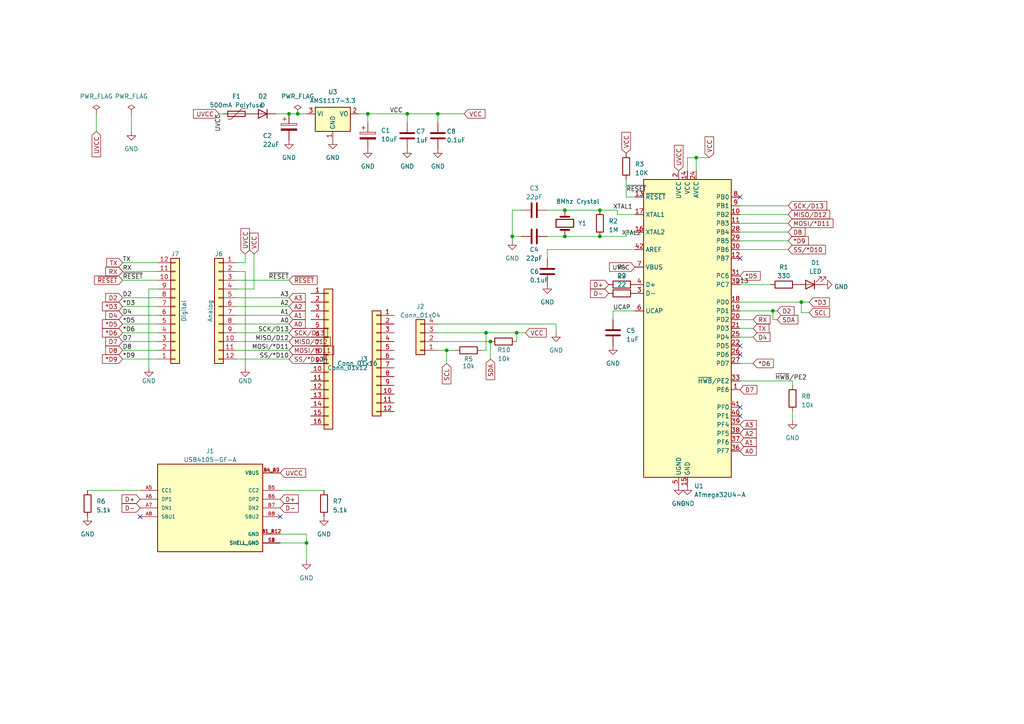
<source format=kicad_sch>
(kicad_sch (version 20231120) (generator "eeschema") (generator_version "8.0")
  (paper "A4")
  (title_block (date "sam. 04 avril 2015"))
  (lib_symbols
    (symbol "Connector_Generic:Conn_01x04" (pin_names (offset 1.016) hide)
      (property "Reference" "J" (at 0 5.08 0))
      (property "Value" "Conn_01x04" (at 0 -7.62 0))
      (symbol "Conn_01x04_1_1"
        (rectangle (start -1.27 -4.953) (end 0 -5.207) (stroke (width 0.1524)))
        (rectangle (start -1.27 -2.413) (end 0 -2.667) (stroke (width 0.1524)))
        (rectangle (start -1.27 0.127) (end 0 -0.127) (stroke (width 0.1524)))
        (rectangle (start -1.27 2.667) (end 0 2.413) (stroke (width 0.1524)))
        (rectangle (start -1.27 3.81) (end 1.27 -6.35) (stroke (width 0.254)) (fill (type background)))
        (pin passive line (at -5.08 2.54 0) (length 3.81) (name "Pin_1") (number "1"))
        (pin passive line (at -5.08 0 0) (length 3.81) (name "Pin_2") (number "2"))
        (pin passive line (at -5.08 -2.54 0) (length 3.81) (name "Pin_3") (number "3"))
        (pin passive line (at -5.08 -5.08 0) (length 3.81) (name "Pin_4") (number "4"))
      )
    )
    (symbol "Connector_Generic:Conn_01x12" (pin_names (offset 1.016) hide)
      (property "Reference" "J" (at 0 15.24 0))
      (property "Value" "Conn_01x12" (at 0 -17.78 0))
      (symbol "Conn_01x12_1_1"
        (rectangle (start -1.27 -15.113) (end 0 -15.367) (stroke (width 0.1524)))
        (rectangle (start -1.27 -12.573) (end 0 -12.827) (stroke (width 0.1524)))
        (rectangle (start -1.27 -10.033) (end 0 -10.287) (stroke (width 0.1524)))
        (rectangle (start -1.27 -7.493) (end 0 -7.747) (stroke (width 0.1524)))
        (rectangle (start -1.27 -4.953) (end 0 -5.207) (stroke (width 0.1524)))
        (rectangle (start -1.27 -2.413) (end 0 -2.667) (stroke (width 0.1524)))
        (rectangle (start -1.27 0.127) (end 0 -0.127) (stroke (width 0.1524)))
        (rectangle (start -1.27 2.667) (end 0 2.413) (stroke (width 0.1524)))
        (rectangle (start -1.27 5.207) (end 0 4.953) (stroke (width 0.1524)))
        (rectangle (start -1.27 7.747) (end 0 7.493) (stroke (width 0.1524)))
        (rectangle (start -1.27 10.287) (end 0 10.033) (stroke (width 0.1524)))
        (rectangle (start -1.27 12.827) (end 0 12.573) (stroke (width 0.1524)))
        (rectangle (start -1.27 13.97) (end 1.27 -16.51) (stroke (width 0.254)) (fill (type background)))
        (pin passive line (at -5.08 12.7 0) (length 3.81) (name "Pin_1") (number "1"))
        (pin passive line (at -5.08 -10.16 0) (length 3.81) (name "Pin_10") (number "10"))
        (pin passive line (at -5.08 -12.7 0) (length 3.81) (name "Pin_11") (number "11"))
        (pin passive line (at -5.08 -15.24 0) (length 3.81) (name "Pin_12") (number "12"))
        (pin passive line (at -5.08 10.16 0) (length 3.81) (name "Pin_2") (number "2"))
        (pin passive line (at -5.08 7.62 0) (length 3.81) (name "Pin_3") (number "3"))
        (pin passive line (at -5.08 5.08 0) (length 3.81) (name "Pin_4") (number "4"))
        (pin passive line (at -5.08 2.54 0) (length 3.81) (name "Pin_5") (number "5"))
        (pin passive line (at -5.08 0 0) (length 3.81) (name "Pin_6") (number "6"))
        (pin passive line (at -5.08 -2.54 0) (length 3.81) (name "Pin_7") (number "7"))
        (pin passive line (at -5.08 -5.08 0) (length 3.81) (name "Pin_8") (number "8"))
        (pin passive line (at -5.08 -7.62 0) (length 3.81) (name "Pin_9") (number "9"))
      )
    )
    (symbol "Connector_Generic:Conn_01x16" (pin_names (offset 1.016) hide)
      (property "Reference" "J" (at 0 20.32 0))
      (property "Value" "Conn_01x16" (at 0 -22.86 0))
      (symbol "Conn_01x16_1_1"
        (rectangle (start -1.27 -20.193) (end 0 -20.447) (stroke (width 0.1524)))
        (rectangle (start -1.27 -17.653) (end 0 -17.907) (stroke (width 0.1524)))
        (rectangle (start -1.27 -15.113) (end 0 -15.367) (stroke (width 0.1524)))
        (rectangle (start -1.27 -12.573) (end 0 -12.827) (stroke (width 0.1524)))
        (rectangle (start -1.27 -10.033) (end 0 -10.287) (stroke (width 0.1524)))
        (rectangle (start -1.27 -7.493) (end 0 -7.747) (stroke (width 0.1524)))
        (rectangle (start -1.27 -4.953) (end 0 -5.207) (stroke (width 0.1524)))
        (rectangle (start -1.27 -2.413) (end 0 -2.667) (stroke (width 0.1524)))
        (rectangle (start -1.27 0.127) (end 0 -0.127) (stroke (width 0.1524)))
        (rectangle (start -1.27 2.667) (end 0 2.413) (stroke (width 0.1524)))
        (rectangle (start -1.27 5.207) (end 0 4.953) (stroke (width 0.1524)))
        (rectangle (start -1.27 7.747) (end 0 7.493) (stroke (width 0.1524)))
        (rectangle (start -1.27 10.287) (end 0 10.033) (stroke (width 0.1524)))
        (rectangle (start -1.27 12.827) (end 0 12.573) (stroke (width 0.1524)))
        (rectangle (start -1.27 15.367) (end 0 15.113) (stroke (width 0.1524)))
        (rectangle (start -1.27 17.907) (end 0 17.653) (stroke (width 0.1524)))
        (rectangle (start -1.27 19.05) (end 1.27 -21.59) (stroke (width 0.254)) (fill (type background)))
        (pin passive line (at -5.08 17.78 0) (length 3.81) (name "Pin_1") (number "1"))
        (pin passive line (at -5.08 -5.08 0) (length 3.81) (name "Pin_10") (number "10"))
        (pin passive line (at -5.08 -7.62 0) (length 3.81) (name "Pin_11") (number "11"))
        (pin passive line (at -5.08 -10.16 0) (length 3.81) (name "Pin_12") (number "12"))
        (pin passive line (at -5.08 -12.7 0) (length 3.81) (name "Pin_13") (number "13"))
        (pin passive line (at -5.08 -15.24 0) (length 3.81) (name "Pin_14") (number "14"))
        (pin passive line (at -5.08 -17.78 0) (length 3.81) (name "Pin_15") (number "15"))
        (pin passive line (at -5.08 -20.32 0) (length 3.81) (name "Pin_16") (number "16"))
        (pin passive line (at -5.08 15.24 0) (length 3.81) (name "Pin_2") (number "2"))
        (pin passive line (at -5.08 12.7 0) (length 3.81) (name "Pin_3") (number "3"))
        (pin passive line (at -5.08 10.16 0) (length 3.81) (name "Pin_4") (number "4"))
        (pin passive line (at -5.08 7.62 0) (length 3.81) (name "Pin_5") (number "5"))
        (pin passive line (at -5.08 5.08 0) (length 3.81) (name "Pin_6") (number "6"))
        (pin passive line (at -5.08 2.54 0) (length 3.81) (name "Pin_7") (number "7"))
        (pin passive line (at -5.08 0 0) (length 3.81) (name "Pin_8") (number "8"))
        (pin passive line (at -5.08 -2.54 0) (length 3.81) (name "Pin_9") (number "9"))
      )
    )
    (symbol "Device:C" (pin_numbers hide) (pin_names (offset 0.254))
      (property "Reference" "C" (at 0.635 2.54 0))
      (property "Value" "C" (at 0.635 -2.54 0))
      (symbol "C_0_1"
        (polyline (pts (xy -2.032 -0.762) (xy 2.032 -0.762)) (stroke (width 0.508)))
        (polyline (pts (xy -2.032 0.762) (xy 2.032 0.762)) (stroke (width 0.508)))
      )
      (symbol "C_1_1"
        (pin passive line (at 0 3.81 270) (length 2.794) (name "~") (number "1"))
        (pin passive line (at 0 -3.81 90) (length 2.794) (name "~") (number "2"))
      )
    )
    (symbol "Device:C_Polarized" (pin_numbers hide) (pin_names (offset 0.254))
      (property "Reference" "C" (at 0.635 2.54 0))
      (property "Value" "C_Polarized" (at 0.635 -2.54 0))
      (symbol "C_Polarized_0_1"
        (rectangle (start -2.286 0.508) (end 2.286 1.016))
        (polyline (pts (xy -1.778 2.286) (xy -0.762 2.286)))
        (polyline (pts (xy -1.27 2.794) (xy -1.27 1.778)))
        (rectangle (start 2.286 -0.508) (end -2.286 -1.016) (fill (type outline)))
      )
      (symbol "C_Polarized_1_1"
        (pin passive line (at 0 3.81 270) (length 2.794) (name "~") (number "1"))
        (pin passive line (at 0 -3.81 90) (length 2.794) (name "~") (number "2"))
      )
    )
    (symbol "Device:Crystal" (pin_numbers hide) (pin_names (offset 1.016) hide)
      (property "Reference" "Y" (at 0 3.81 0))
      (property "Value" "Crystal" (at 0 -3.81 0))
      (symbol "Crystal_0_1"
        (rectangle (start -1.143 2.54) (end 1.143 -2.54) (stroke (width 0.3048)))
        (polyline (pts (xy -2.54 0) (xy -1.905 0)))
        (polyline (pts (xy -1.905 -1.27) (xy -1.905 1.27)) (stroke (width 0.508)))
        (polyline (pts (xy 1.905 -1.27) (xy 1.905 1.27)) (stroke (width 0.508)))
        (polyline (pts (xy 2.54 0) (xy 1.905 0)))
      )
      (symbol "Crystal_1_1"
        (pin passive line (at -3.81 0 0) (length 1.27) (name "1") (number "1"))
        (pin passive line (at 3.81 0 180) (length 1.27) (name "2") (number "2"))
      )
    )
    (symbol "Device:D" (pin_numbers hide) (pin_names (offset 1.016) hide)
      (property "Reference" "D" (at 0 2.54 0))
      (property "Value" "D" (at 0 -2.54 0))
      (symbol "D_0_1"
        (polyline (pts (xy -1.27 1.27) (xy -1.27 -1.27)) (stroke (width 0.254)))
        (polyline (pts (xy 1.27 0) (xy -1.27 0)))
        (polyline (pts (xy 1.27 1.27) (xy 1.27 -1.27) (xy -1.27 0) (xy 1.27 1.27)) (stroke (width 0.254)))
      )
      (symbol "D_1_1"
        (pin passive line (at -3.81 0 0) (length 2.54) (name "K") (number "1"))
        (pin passive line (at 3.81 0 180) (length 2.54) (name "A") (number "2"))
      )
    )
    (symbol "Device:LED" (pin_numbers hide) (pin_names (offset 1.016) hide)
      (property "Reference" "D" (at 0 2.54 0))
      (property "Value" "LED" (at 0 -2.54 0))
      (symbol "LED_0_1"
        (polyline (pts (xy -1.27 -1.27) (xy -1.27 1.27)) (stroke (width 0.254)))
        (polyline (pts (xy -1.27 0) (xy 1.27 0)))
        (polyline (pts (xy 1.27 -1.27) (xy 1.27 1.27) (xy -1.27 0) (xy 1.27 -1.27)) (stroke (width 0.254)))
        (polyline (pts (xy -3.048 -0.762) (xy -4.572 -2.286) (xy -3.81 -2.286) (xy -4.572 -2.286) (xy -4.572 -1.524)))
        (polyline (pts (xy -1.778 -0.762) (xy -3.302 -2.286) (xy -2.54 -2.286) (xy -3.302 -2.286) (xy -3.302 -1.524)))
      )
      (symbol "LED_1_1"
        (pin passive line (at -3.81 0 0) (length 2.54) (name "K") (number "1"))
        (pin passive line (at 3.81 0 180) (length 2.54) (name "A") (number "2"))
      )
    )
    (symbol "Device:Polyfuse" (pin_numbers hide) (pin_names (offset 0))
      (property "Reference" "F" (at -2.54 0 90))
      (property "Value" "Polyfuse" (at 2.54 0 90))
      (symbol "Polyfuse_0_1"
        (rectangle (start -0.762 2.54) (end 0.762 -2.54) (stroke (width 0.254)))
        (polyline (pts (xy 0 2.54) (xy 0 -2.54)))
        (polyline (pts (xy -1.524 2.54) (xy -1.524 1.524) (xy 1.524 -1.524) (xy 1.524 -2.54)))
      )
      (symbol "Polyfuse_1_1"
        (pin passive line (at 0 3.81 270) (length 1.27) (name "~") (number "1"))
        (pin passive line (at 0 -3.81 90) (length 1.27) (name "~") (number "2"))
      )
    )
    (symbol "Device:R" (pin_numbers hide) (pin_names (offset 0))
      (property "Reference" "R" (at 2.032 0 90))
      (property "Value" "R" (at 0 0 90))
      (symbol "R_0_1"
        (rectangle (start -1.016 -2.54) (end 1.016 2.54) (stroke (width 0.254)))
      )
      (symbol "R_1_1"
        (pin passive line (at 0 3.81 270) (length 1.27) (name "~") (number "1"))
        (pin passive line (at 0 -3.81 90) (length 1.27) (name "~") (number "2"))
      )
    )
    (symbol "MCU_Microchip_ATmega:ATmega32U4-A"
      (property "Reference" "U" (at -12.7 44.45 0))
      (property "Value" "ATmega32U4-A" (at 2.54 -44.45 0))
      (symbol "ATmega32U4-A_0_1"
        (rectangle (start -12.7 -43.18) (end 12.7 43.18) (stroke (width 0.254)) (fill (type background)))
      )
      (symbol "ATmega32U4-A_1_1"
        (pin bidirectional line (at 15.24 -17.78 180) (length 2.54) (name "PE6") (number "1"))
        (pin bidirectional line (at 15.24 33.02 180) (length 2.54) (name "PB2") (number "10"))
        (pin bidirectional line (at 15.24 30.48 180) (length 2.54) (name "PB3") (number "11"))
        (pin bidirectional line (at 15.24 20.32 180) (length 2.54) (name "PB7") (number "12"))
        (pin input line (at -15.24 38.1 0) (length 2.54) (name "~{RESET}") (number "13"))
        (pin power_in line (at 0 45.72 270) (length 2.54) (name "VCC") (number "14"))
        (pin power_in line (at 0 -45.72 90) (length 2.54) (name "GND") (number "15"))
        (pin output line (at -15.24 27.94 0) (length 2.54) (name "XTAL2") (number "16"))
        (pin input line (at -15.24 33.02 0) (length 2.54) (name "XTAL1") (number "17"))
        (pin bidirectional line (at 15.24 7.62 180) (length 2.54) (name "PD0") (number "18"))
        (pin bidirectional line (at 15.24 5.08 180) (length 2.54) (name "PD1") (number "19"))
        (pin power_in line (at -2.54 45.72 270) (length 2.54) (name "UVCC") (number "2"))
        (pin bidirectional line (at 15.24 2.54 180) (length 2.54) (name "PD2") (number "20"))
        (pin bidirectional line (at 15.24 0 180) (length 2.54) (name "PD3") (number "21"))
        (pin bidirectional line (at 15.24 -5.08 180) (length 2.54) (name "PD5") (number "22"))
        (pin passive line (at 0 -45.72 90) (length 2.54) hide (name "GND") (number "23"))
        (pin power_in line (at 2.54 45.72 270) (length 2.54) (name "AVCC") (number "24"))
        (pin bidirectional line (at 15.24 -2.54 180) (length 2.54) (name "PD4") (number "25"))
        (pin bidirectional line (at 15.24 -7.62 180) (length 2.54) (name "PD6") (number "26"))
        (pin bidirectional line (at 15.24 -10.16 180) (length 2.54) (name "PD7") (number "27"))
        (pin bidirectional line (at 15.24 27.94 180) (length 2.54) (name "PB4") (number "28"))
        (pin bidirectional line (at 15.24 25.4 180) (length 2.54) (name "PB5") (number "29"))
        (pin bidirectional line (at -15.24 10.16 0) (length 2.54) (name "D-") (number "3"))
        (pin bidirectional line (at 15.24 22.86 180) (length 2.54) (name "PB6") (number "30"))
        (pin bidirectional line (at 15.24 15.24 180) (length 2.54) (name "PC6") (number "31"))
        (pin bidirectional line (at 15.24 12.7 180) (length 2.54) (name "PC7") (number "32"))
        (pin bidirectional line (at 15.24 -15.24 180) (length 2.54) (name "~{HWB}/PE2") (number "33"))
        (pin passive line (at 0 45.72 270) (length 2.54) hide (name "VCC") (number "34"))
        (pin passive line (at 0 -45.72 90) (length 2.54) hide (name "GND") (number "35"))
        (pin bidirectional line (at 15.24 -35.56 180) (length 2.54) (name "PF7") (number "36"))
        (pin bidirectional line (at 15.24 -33.02 180) (length 2.54) (name "PF6") (number "37"))
        (pin bidirectional line (at 15.24 -30.48 180) (length 2.54) (name "PF5") (number "38"))
        (pin bidirectional line (at 15.24 -27.94 180) (length 2.54) (name "PF4") (number "39"))
        (pin bidirectional line (at -15.24 12.7 0) (length 2.54) (name "D+") (number "4"))
        (pin bidirectional line (at 15.24 -25.4 180) (length 2.54) (name "PF1") (number "40"))
        (pin bidirectional line (at 15.24 -22.86 180) (length 2.54) (name "PF0") (number "41"))
        (pin passive line (at -15.24 22.86 0) (length 2.54) (name "AREF") (number "42"))
        (pin passive line (at 0 -45.72 90) (length 2.54) hide (name "GND") (number "43"))
        (pin passive line (at 2.54 45.72 270) (length 2.54) hide (name "AVCC") (number "44"))
        (pin passive line (at -2.54 -45.72 90) (length 2.54) (name "UGND") (number "5"))
        (pin passive line (at -15.24 5.08 0) (length 2.54) (name "UCAP") (number "6"))
        (pin input line (at -15.24 17.78 0) (length 2.54) (name "VBUS") (number "7"))
        (pin bidirectional line (at 15.24 38.1 180) (length 2.54) (name "PB0") (number "8"))
        (pin bidirectional line (at 15.24 35.56 180) (length 2.54) (name "PB1") (number "9"))
      )
    )
    (symbol "Regulator_Linear:AMS1117-3.3"
      (property "Reference" "U" (at -3.81 3.175 0))
      (property "Value" "AMS1117-3.3" (at 0 3.175 0))
      (symbol "AMS1117-3.3_0_1"
        (rectangle (start -5.08 -5.08) (end 5.08 1.905) (stroke (width 0.254)) (fill (type background)))
      )
      (symbol "AMS1117-3.3_1_1"
        (pin power_in line (at 0 -7.62 90) (length 2.54) (name "GND") (number "1"))
        (pin power_out line (at 7.62 0 180) (length 2.54) (name "VO") (number "2"))
        (pin power_in line (at -7.62 0 0) (length 2.54) (name "VI") (number "3"))
      )
    )
    (symbol "USB4105-GF-A:USB4105-GF-A" (pin_names (offset 1.016))
      (property "Reference" "J" (at -15.24 13.97 0))
      (property "Value" "USB4105-GF-A" (at -15.24 -15.24 0))
      (symbol "USB4105-GF-A_0_0"
        (rectangle (start -15.24 -12.7) (end 15.24 12.7) (stroke (width 0.254)) (fill (type background)))
        (pin power_in line (at 20.32 -7.62 180) (length 5.08) (name "GND") (number "A1_B12"))
        (pin power_in line (at 20.32 10.16 180) (length 5.08) (name "VBUS") (number "A4_B9"))
        (pin bidirectional line (at -20.32 5.08 0) (length 5.08) (name "CC1") (number "A5"))
        (pin bidirectional line (at -20.32 2.54 0) (length 5.08) (name "DP1") (number "A6"))
        (pin bidirectional line (at -20.32 0 0) (length 5.08) (name "DN1") (number "A7"))
        (pin bidirectional line (at -20.32 -2.54 0) (length 5.08) (name "SBU1") (number "A8"))
        (pin power_in line (at 20.32 -7.62 180) (length 5.08) (name "GND") (number "B1_A12"))
        (pin power_in line (at 20.32 10.16 180) (length 5.08) (name "VBUS") (number "B4_A9"))
        (pin bidirectional line (at 20.32 5.08 180) (length 5.08) (name "CC2") (number "B5"))
        (pin bidirectional line (at 20.32 2.54 180) (length 5.08) (name "DP2") (number "B6"))
        (pin bidirectional line (at 20.32 0 180) (length 5.08) (name "DN2") (number "B7"))
        (pin bidirectional line (at 20.32 -2.54 180) (length 5.08) (name "SBU2") (number "B8"))
        (pin power_in line (at 20.32 -10.16 180) (length 5.08) (name "SHELL_GND") (number "S1"))
        (pin power_in line (at 20.32 -10.16 180) (length 5.08) (name "SHELL_GND") (number "S2"))
        (pin power_in line (at 20.32 -10.16 180) (length 5.08) (name "SHELL_GND") (number "S3"))
        (pin power_in line (at 20.32 -10.16 180) (length 5.08) (name "SHELL_GND") (number "S4"))
      )
    )
    (symbol "power:GND" (power) (pin_names (offset 0))
      (property "Value" "GND" (at 0 -3.81 0))
      (symbol "GND_0_1"
        (polyline (pts (xy 0 0) (xy 0 -1.27) (xy 1.27 -1.27) (xy 0 -2.54) (xy -1.27 -1.27) (xy 0 -1.27)))
      )
      (symbol "GND_1_1"
        (pin power_in line (at 0 0 270) (length 0) hide (name "GND") (number "1"))
      )
    )
    (symbol "power:PWR_FLAG" (power) (pin_numbers hide) (pin_names (offset 0) hide)
      (property "Value" "PWR_FLAG" (at 0 3.81 0))
      (symbol "PWR_FLAG_0_0"
        (pin power_out line (at 0 0 90) (length 0) (name "pwr") (number "1"))
      )
      (symbol "PWR_FLAG_0_1"
        (polyline (pts (xy 0 0) (xy 0 1.27) (xy -1.016 1.905) (xy 0 2.54) (xy 1.016 1.905) (xy 0 1.27)))
      )
    )
  )
  (junction (at 83.82 33.02))
  (junction (at 173.99 68.58))
  (junction (at 86.36 33.02))
  (junction (at 148.59 68.58))
  (junction (at 142.24 99.06))
  (junction (at 140.97 96.52))
  (junction (at 163.83 68.58))
  (junction (at 127 33.02))
  (junction (at 163.83 60.96))
  (junction (at 149.86 96.52))
  (junction (at 88.9 157.48))
  (junction (at 224.155 90.17))
  (junction (at 173.99 60.96))
  (junction (at 129.54 101.6))
  (junction (at 118.11 33.02))
  (junction (at 201.93 45.72))
  (junction (at 106.68 33.02))
  (junction (at 232.41 87.63))
  (no_connect (at 214.63 57.15))
  (no_connect (at 214.63 100.33))
  (no_connect (at 214.63 118.11))
  (no_connect (at 214.63 74.93))
  (no_connect (at 81.28 149.86))
  (no_connect (at 40.64 149.86))
  (no_connect (at 214.63 120.65))
  (no_connect (at 214.63 102.87))
  (wire (pts (xy 214.63 67.31) (xy 228.6 67.31)))
  (wire (pts (xy 229.87 119.38) (xy 229.87 121.92)))
  (wire (pts (xy 68.58 76.2) (xy 71.12 76.2)))
  (wire (pts (xy 71.12 73.66) (xy 71.12 76.2)))
  (wire (pts (xy 232.41 87.63) (xy 232.41 90.678)))
  (wire (pts (xy 35.56 101.6) (xy 45.72 101.6)))
  (wire (pts (xy 63.5 33.02) (xy 64.77 33.02)))
  (wire (pts (xy 43.18 83.82) (xy 43.18 106.68)))
  (wire (pts (xy 140.97 96.52) (xy 140.97 101.6)))
  (wire (pts (xy 224.155 90.17) (xy 225.425 90.17)))
  (wire (pts (xy 68.58 91.44) (xy 83.82 91.44)))
  (wire (pts (xy 179.07 60.96) (xy 179.07 62.23)))
  (wire (pts (xy 149.86 99.06) (xy 149.86 96.52)))
  (wire (pts (xy 214.63 95.25) (xy 218.44 95.25)))
  (wire (pts (xy 88.9 154.94) (xy 88.9 157.48)))
  (wire (pts (xy 127 33.02) (xy 127 35.56)))
  (wire (pts (xy 127 99.06) (xy 142.24 99.06)))
  (wire (pts (xy 104.14 33.02) (xy 106.68 33.02)))
  (wire (pts (xy 158.75 72.39) (xy 184.15 72.39)))
  (wire (pts (xy 214.63 92.71) (xy 218.44 92.71)))
  (wire (pts (xy 68.58 104.14) (xy 83.82 104.14)))
  (wire (pts (xy 184.15 57.15) (xy 181.61 57.15)))
  (wire (pts (xy 80.01 33.02) (xy 83.82 33.02)))
  (wire (pts (xy 68.58 101.6) (xy 83.82 101.6)))
  (wire (pts (xy 71.12 78.74) (xy 71.12 106.68)))
  (wire (pts (xy 38.1 33.02) (xy 38.1 38.1)))
  (wire (pts (xy 83.82 33.02) (xy 86.36 33.02)))
  (wire (pts (xy 181.61 68.58) (xy 173.99 68.58)))
  (wire (pts (xy 68.58 86.36) (xy 83.82 86.36)))
  (wire (pts (xy 68.58 88.9) (xy 83.82 88.9)))
  (wire (pts (xy 73.66 73.66) (xy 73.66 83.82)))
  (wire (pts (xy 199.39 45.72) (xy 201.93 45.72)))
  (wire (pts (xy 173.99 60.96) (xy 179.07 60.96)))
  (wire (pts (xy 35.56 78.74) (xy 45.72 78.74)))
  (wire (pts (xy 214.63 69.85) (xy 228.6 69.85)))
  (wire (pts (xy 214.63 64.77) (xy 228.6 64.77)))
  (wire (pts (xy 148.59 68.58) (xy 148.59 69.85)))
  (wire (pts (xy 181.61 67.31) (xy 181.61 68.58)))
  (wire (pts (xy 68.58 83.82) (xy 73.66 83.82)))
  (wire (pts (xy 27.94 38.1) (xy 27.94 33.02)))
  (wire (pts (xy 35.56 88.9) (xy 45.72 88.9)))
  (wire (pts (xy 35.56 76.2) (xy 45.72 76.2)))
  (wire (pts (xy 43.18 83.82) (xy 45.72 83.82)))
  (wire (pts (xy 142.24 99.06) (xy 142.24 104.14)))
  (wire (pts (xy 68.58 93.98) (xy 83.82 93.98)))
  (wire (pts (xy 158.75 68.58) (xy 163.83 68.58)))
  (wire (pts (xy 81.28 154.94) (xy 88.9 154.94)))
  (wire (pts (xy 148.59 60.96) (xy 148.59 68.58)))
  (wire (pts (xy 214.63 82.55) (xy 223.52 82.55)))
  (wire (pts (xy 118.11 33.02) (xy 127 33.02)))
  (wire (pts (xy 214.63 90.17) (xy 224.155 90.17)))
  (wire (pts (xy 68.58 99.06) (xy 83.82 99.06)))
  (wire (pts (xy 214.63 110.49) (xy 229.87 110.49)))
  (wire (pts (xy 151.13 68.58) (xy 148.59 68.58)))
  (wire (pts (xy 177.8 90.17) (xy 184.15 90.17)))
  (wire (pts (xy 177.8 92.71) (xy 177.8 90.17)))
  (wire (pts (xy 163.83 60.96) (xy 173.99 60.96)))
  (wire (pts (xy 129.54 101.6) (xy 129.54 105.41)))
  (wire (pts (xy 158.75 74.93) (xy 158.75 72.39)))
  (wire (pts (xy 224.155 90.17) (xy 224.155 92.71)))
  (wire (pts (xy 161.29 93.98) (xy 161.29 96.52)))
  (wire (pts (xy 179.07 62.23) (xy 184.15 62.23)))
  (wire (pts (xy 232.41 87.63) (xy 234.696 87.63)))
  (wire (pts (xy 35.56 86.36) (xy 45.72 86.36)))
  (wire (pts (xy 35.56 104.14) (xy 45.72 104.14)))
  (wire (pts (xy 214.63 87.63) (xy 232.41 87.63)))
  (wire (pts (xy 81.28 142.24) (xy 93.98 142.24)))
  (wire (pts (xy 25.4 142.24) (xy 40.64 142.24)))
  (wire (pts (xy 106.68 33.02) (xy 106.68 35.56)))
  (wire (pts (xy 232.41 90.678) (xy 234.696 90.678)))
  (wire (pts (xy 201.93 45.72) (xy 201.93 49.53)))
  (wire (pts (xy 224.155 92.71) (xy 225.425 92.71)))
  (wire (pts (xy 35.56 91.44) (xy 45.72 91.44)))
  (wire (pts (xy 68.58 81.28) (xy 83.82 81.28)))
  (wire (pts (xy 214.63 59.69) (xy 228.6 59.69)))
  (wire (pts (xy 201.93 45.72) (xy 205.74 45.72)))
  (wire (pts (xy 35.56 96.52) (xy 45.72 96.52)))
  (wire (pts (xy 181.61 52.07) (xy 181.61 57.15)))
  (wire (pts (xy 151.13 60.96) (xy 148.59 60.96)))
  (wire (pts (xy 81.28 157.48) (xy 88.9 157.48)))
  (wire (pts (xy 214.63 97.79) (xy 218.44 97.79)))
  (wire (pts (xy 118.11 33.02) (xy 118.11 35.56)))
  (wire (pts (xy 214.63 72.39) (xy 228.6 72.39)))
  (wire (pts (xy 35.56 93.98) (xy 45.72 93.98)))
  (wire (pts (xy 106.68 33.02) (xy 118.11 33.02)))
  (wire (pts (xy 127 93.98) (xy 161.29 93.98)))
  (wire (pts (xy 86.36 33.02) (xy 88.9 33.02)))
  (wire (pts (xy 88.9 157.48) (xy 88.9 162.56)))
  (wire (pts (xy 35.56 99.06) (xy 45.72 99.06)))
  (wire (pts (xy 139.7 101.6) (xy 140.97 101.6)))
  (wire (pts (xy 158.75 60.96) (xy 163.83 60.96)))
  (wire (pts (xy 127 96.52) (xy 140.97 96.52)))
  (wire (pts (xy 229.87 110.49) (xy 229.87 111.76)))
  (wire (pts (xy 68.58 96.52) (xy 83.82 96.52)))
  (wire (pts (xy 214.63 62.23) (xy 228.6 62.23)))
  (wire (pts (xy 163.83 68.58) (xy 173.99 68.58)))
  (wire (pts (xy 140.97 96.52) (xy 149.86 96.52)))
  (wire (pts (xy 127 33.02) (xy 134.62 33.02)))
  (wire (pts (xy 68.58 78.74) (xy 71.12 78.74)))
  (wire (pts (xy 127 101.6) (xy 129.54 101.6)))
  (wire (pts (xy 184.15 67.31) (xy 181.61 67.31)))
  (wire (pts (xy 149.86 96.52) (xy 152.4 96.52)))
  (wire (pts (xy 35.56 81.28) (xy 45.72 81.28)))
  (wire (pts (xy 214.63 105.41) (xy 218.44 105.41)))
  (wire (pts (xy 199.39 49.53) (xy 199.39 45.72)))
  (wire (pts (xy 129.54 101.6) (xy 132.08 101.6)))
  (label "XTAL2" (at 180.34 68.58 0))
  (label "D4" (at 35.56 91.44 0))
  (label "XTAL1" (at 177.8 60.96 0))
  (label "MISO{slash}D12" (at 83.82 99.06 180))
  (label "TX" (at 35.56 76.2 0))
  (label "A2" (at 83.82 88.9 180))
  (label "A0" (at 83.82 93.98 180))
  (label "MOSI{slash}*D11" (at 83.82 101.6 180))
  (label "D13" (at 217.17 82.55 180))
  (label "*D3" (at 35.56 88.9 0))
  (label "D2" (at 35.56 86.36 0))
  (label "VCC" (at 113.03 33.02 0))
  (label "*D5" (at 35.56 93.98 0))
  (label "*D6" (at 35.56 96.52 0))
  (label "~{RESET}" (at 181.61 55.88 0))
  (label "D8" (at 35.56 101.6 0))
  (label "*D9" (at 35.56 104.14 0))
  (label "~{RESET}" (at 83.82 81.28 180))
  (label "A1" (at 83.82 91.44 180))
  (label "RX" (at 35.56 78.74 0))
  (label "UVCC" (at 64.262 33.02 270))
  (label "UCAP" (at 177.8 90.17 0))
  (label "~{HWB}{slash}PE2" (at 224.79 110.49 0))
  (label "D7" (at 35.56 99.06 0))
  (label "A3" (at 83.82 86.36 180))
  (label "~{RESET}" (at 35.56 81.28 0))
  (label "SS{slash}*D10" (at 83.82 104.14 180))
  (label "SCK{slash}D13" (at 83.82 96.52 180))
  (global_label "MOSI{slash}*D11" (shape input) (at 228.6 64.77 0) (property "Intersheetrefs" "${INTERSHEET_REFS}" (effects (hide yes))))
  (global_label "MISO{slash}D12" (shape input) (at 228.6 62.23 0) (property "Intersheetrefs" "${INTERSHEET_REFS}" (effects (hide yes))))
  (global_label "SS{slash}*D10" (shape input) (at 228.6 72.39 0) (property "Intersheetrefs" "${INTERSHEET_REFS}" (effects (hide yes))))
  (global_label "D4" (shape input) (at 35.56 91.44 180) (property "Intersheetrefs" "${INTERSHEET_REFS}" (effects (hide yes))))
  (global_label "A1" (shape input) (at 83.82 91.44 0) (property "Intersheetrefs" "${INTERSHEET_REFS}" (effects (hide yes))))
  (global_label "A3" (shape input) (at 214.63 123.19 0) (property "Intersheetrefs" "${INTERSHEET_REFS}" (effects (hide yes))))
  (global_label "A2" (shape input) (at 83.82 88.9 0) (property "Intersheetrefs" "${INTERSHEET_REFS}" (effects (hide yes))))
  (global_label "VCC" (shape input) (at 134.62 33.02 0) (property "Intersheetrefs" "${INTERSHEET_REFS}" (effects (hide yes))))
  (global_label "*D3" (shape input) (at 35.56 88.9 180) (property "Intersheetrefs" "${INTERSHEET_REFS}" (effects (hide yes))))
  (global_label "UVCC" (shape input) (at 184.15 77.47 180) (property "Intersheetrefs" "${INTERSHEET_REFS}" (effects (hide yes))))
  (global_label "D4" (shape input) (at 218.44 97.79 0) (property "Intersheetrefs" "${INTERSHEET_REFS}" (effects (hide yes))))
  (global_label "RX" (shape input) (at 218.44 92.71 0) (property "Intersheetrefs" "${INTERSHEET_REFS}" (effects (hide yes))))
  (global_label "*D3" (shape input) (at 234.696 87.63 0) (property "Intersheetrefs" "${INTERSHEET_REFS}" (effects (hide yes))))
  (global_label "D-" (shape input) (at 40.64 147.32 180) (property "Intersheetrefs" "${INTERSHEET_REFS}" (effects (hide yes))))
  (global_label "UVCC" (shape input) (at 71.12 73.66 90) (property "Intersheetrefs" "${INTERSHEET_REFS}" (effects (hide yes))))
  (global_label "*D5" (shape input) (at 214.63 80.01 0) (property "Intersheetrefs" "${INTERSHEET_REFS}" (effects (hide yes))))
  (global_label "D2" (shape input) (at 35.56 86.36 180) (property "Intersheetrefs" "${INTERSHEET_REFS}" (effects (hide yes))))
  (global_label "VCC" (shape input) (at 73.66 73.66 90) (property "Intersheetrefs" "${INTERSHEET_REFS}" (effects (hide yes))))
  (global_label "D8" (shape input) (at 228.6 67.31 0) (property "Intersheetrefs" "${INTERSHEET_REFS}" (effects (hide yes))))
  (global_label "D7" (shape input) (at 214.63 113.03 0) (property "Intersheetrefs" "${INTERSHEET_REFS}" (effects (hide yes))))
  (global_label "VCC" (shape input) (at 181.61 44.45 90) (property "Intersheetrefs" "${INTERSHEET_REFS}" (effects (hide yes))))
  (global_label "*D5" (shape input) (at 35.56 93.98 180) (property "Intersheetrefs" "${INTERSHEET_REFS}" (effects (hide yes))))
  (global_label "TX" (shape input) (at 218.44 95.25 0) (property "Intersheetrefs" "${INTERSHEET_REFS}" (effects (hide yes))))
  (global_label "A0" (shape input) (at 214.63 130.81 0) (property "Intersheetrefs" "${INTERSHEET_REFS}" (effects (hide yes))))
  (global_label "*D6" (shape input) (at 218.44 105.41 0) (property "Intersheetrefs" "${INTERSHEET_REFS}" (effects (hide yes))))
  (global_label "*D9" (shape input) (at 35.56 104.14 180) (property "Intersheetrefs" "${INTERSHEET_REFS}" (effects (hide yes))))
  (global_label "UVCC" (shape input) (at 63.5 33.02 180) (property "Intersheetrefs" "${INTERSHEET_REFS}" (effects (hide yes))))
  (global_label "D8" (shape input) (at 35.56 101.6 180) (property "Intersheetrefs" "${INTERSHEET_REFS}" (effects (hide yes))))
  (global_label "A1" (shape input) (at 214.63 128.27 0) (property "Intersheetrefs" "${INTERSHEET_REFS}" (effects (hide yes))))
  (global_label "D+" (shape input) (at 81.28 144.78 0) (property "Intersheetrefs" "${INTERSHEET_REFS}" (effects (hide yes))))
  (global_label "A0" (shape input) (at 83.82 93.98 0) (property "Intersheetrefs" "${INTERSHEET_REFS}" (effects (hide yes))))
  (global_label "SCK{slash}D13" (shape input) (at 83.82 96.52 0) (property "Intersheetrefs" "${INTERSHEET_REFS}" (effects (hide yes))))
  (global_label "VCC" (shape input) (at 205.74 45.72 90) (property "Intersheetrefs" "${INTERSHEET_REFS}" (effects (hide yes))))
  (global_label "D+" (shape input) (at 40.64 144.78 180) (property "Intersheetrefs" "${INTERSHEET_REFS}" (effects (hide yes))))
  (global_label "D2" (shape input) (at 225.425 90.17 0) (property "Intersheetrefs" "${INTERSHEET_REFS}" (effects (hide yes))))
  (global_label "MISO{slash}D12" (shape input) (at 83.82 99.06 0) (property "Intersheetrefs" "${INTERSHEET_REFS}" (effects (hide yes))))
  (global_label "VCC" (shape input) (at 152.4 96.52 0) (property "Intersheetrefs" "${INTERSHEET_REFS}" (effects (hide yes))))
  (global_label "UVCC" (shape input) (at 27.94 38.1 270) (property "Intersheetrefs" "${INTERSHEET_REFS}" (effects (hide yes))))
  (global_label "A2" (shape input) (at 214.63 125.73 0) (property "Intersheetrefs" "${INTERSHEET_REFS}" (effects (hide yes))))
  (global_label "~{RESET}" (shape input) (at 35.56 81.28 180) (property "Intersheetrefs" "${INTERSHEET_REFS}" (effects (hide yes))))
  (global_label "SDA" (shape input) (at 142.24 104.14 270) (property "Intersheetrefs" "${INTERSHEET_REFS}" (effects (hide yes))))
  (global_label "MOSI{slash}*D11" (shape input) (at 83.82 101.6 0) (property "Intersheetrefs" "${INTERSHEET_REFS}" (effects (hide yes))))
  (global_label "D-" (shape input) (at 176.53 85.09 180) (property "Intersheetrefs" "${INTERSHEET_REFS}" (effects (hide yes))))
  (global_label "UVCC" (shape input) (at 196.85 49.53 90) (property "Intersheetrefs" "${INTERSHEET_REFS}" (effects (hide yes))))
  (global_label "SCL" (shape input) (at 234.696 90.678 0) (property "Intersheetrefs" "${INTERSHEET_REFS}" (effects (hide yes))))
  (global_label "*D9" (shape input) (at 228.6 69.85 0) (property "Intersheetrefs" "${INTERSHEET_REFS}" (effects (hide yes))))
  (global_label "D+" (shape input) (at 176.53 82.55 180) (property "Intersheetrefs" "${INTERSHEET_REFS}" (effects (hide yes))))
  (global_label "D7" (shape input) (at 35.56 99.06 180) (property "Intersheetrefs" "${INTERSHEET_REFS}" (effects (hide yes))))
  (global_label "TX" (shape input) (at 35.56 76.2 180) (property "Intersheetrefs" "${INTERSHEET_REFS}" (effects (hide yes))))
  (global_label "*D6" (shape input) (at 35.56 96.52 180) (property "Intersheetrefs" "${INTERSHEET_REFS}" (effects (hide yes))))
  (global_label "SCK{slash}D13" (shape input) (at 228.6 59.69 0) (property "Intersheetrefs" "${INTERSHEET_REFS}" (effects (hide yes))))
  (global_label "A3" (shape input) (at 83.82 86.36 0) (property "Intersheetrefs" "${INTERSHEET_REFS}" (effects (hide yes))))
  (global_label "SDA" (shape input) (at 225.425 92.71 0) (property "Intersheetrefs" "${INTERSHEET_REFS}" (effects (hide yes))))
  (global_label "~{RESET}" (shape input) (at 83.82 81.28 0) (property "Intersheetrefs" "${INTERSHEET_REFS}" (effects (hide yes))))
  (global_label "SS{slash}*D10" (shape input) (at 83.82 104.14 0) (property "Intersheetrefs" "${INTERSHEET_REFS}" (effects (hide yes))))
  (global_label "D-" (shape input) (at 81.28 147.32 0) (property "Intersheetrefs" "${INTERSHEET_REFS}" (effects (hide yes))))
  (global_label "SCL" (shape input) (at 129.54 105.41 270) (property "Intersheetrefs" "${INTERSHEET_REFS}" (effects (hide yes))))
  (global_label "RX" (shape input) (at 35.56 78.74 180) (property "Intersheetrefs" "${INTERSHEET_REFS}" (effects (hide yes))))
  (global_label "UVCC" (shape input) (at 81.28 137.16 0) (property "Intersheetrefs" "${INTERSHEET_REFS}" (effects (hide yes))))
  (symbol (lib_id "Connector_Generic:Conn_01x12") (at 50.8 91.44 0) (mirror x) (unit 1)
    (property "Reference" "J7" (at 50.8 73.66 0))
    (property "Value" "Digital" (at 53.34 90.17 90))
    (property "Footprint" "Library:PinHeader_1x12_P2.54mm_Vertical" (effects (hide yes)))
  )
  (symbol (lib_id "Connector_Generic:Conn_01x12") (at 63.5 88.9 0) (mirror y) (unit 1)
    (property "Reference" "J6" (at 63.5 73.66 0))
    (property "Value" "Analog" (at 60.96 90.17 90))
    (property "Footprint" "Library:PinHeader_1x12_P2.54mm_Vertical" (effects (hide yes)))
  )
  (symbol (lib_id "power:GND") (at 38.1 38.1 0) (unit 1)
    (property "Reference" "#PWR013" (effects (hide yes)))
    (property "Value" "GND" (at 38.1 43.18 0))
  )
  (symbol (lib_id "Device:R") (at 180.34 85.09 90) (unit 1)
    (property "Reference" "R9" (at 180.34 80.01 90))
    (property "Value" "22" (at 180.34 82.55 90))
    (property "Footprint" "Resistor_SMD:R_0402_1005Metric" (effects (hide yes)))
  )
  (symbol (lib_id "Device:R") (at 135.89 101.6 270) (unit 1)
    (property "Reference" "R5" (at 135.89 104.14 90))
    (property "Value" "10k" (at 135.89 106.172 90))
    (property "Footprint" "Resistor_SMD:R_0402_1005Metric" (effects (hide yes)))
  )
  (symbol (lib_id "power:GND") (at 96.52 40.64 0) (unit 1)
    (property "Reference" "#PWR04" (effects (hide yes)))
    (property "Value" "GND" (at 96.52 45.72 0))
  )
  (symbol (lib_id "Regulator_Linear:AMS1117-3.3") (at 96.52 33.02 0) (unit 1)
    (property "Reference" "U3" (at 96.52 26.67 0))
    (property "Value" "AMS1117-3.3" (at 96.52 29.21 0))
    (property "Footprint" "Package_TO_SOT_SMD:SOT-23-3" (effects (hide yes)))
    (property "Datasheet" "http://www.advanced-monolithic.com/pdf/ds1117.pdf" (effects (hide yes)))
    (property "LCSC" "C5446" (effects (hide yes)))
    (property "Alt Datasheet" "https://datasheet.lcsc.com/lcsc/1809201513_Torex-Semicon-XC6206P332MR_C5446.pdf" (effects (hide yes)))
  )
  (symbol (lib_id "Device:R") (at 173.99 64.77 180) (unit 1)
    (property "Reference" "R2" (at 176.53 64.135 0) (effects (justify right)))
    (property "Value" "1M" (at 176.53 66.675 0) (effects (justify right)))
    (property "Footprint" "Resistor_SMD:R_0402_1005Metric" (effects (hide yes)))
  )
  (symbol (lib_id "Device:C") (at 177.8 96.52 0) (unit 1)
    (property "Reference" "C5" (at 181.61 95.885 0) (effects (justify left)))
    (property "Value" "1uF" (at 181.61 98.425 0) (effects (justify left)))
    (property "Footprint" "Capacitor_SMD:C_0402_1005Metric" (effects (hide yes)))
  )
  (symbol (lib_id "power:GND") (at 229.87 121.92 0) (unit 1)
    (property "Reference" "#PWR012" (effects (hide yes)))
    (property "Value" "GND" (at 229.87 127 0))
  )
  (symbol (lib_id "Device:R") (at 93.98 146.05 0) (unit 1)
    (property "Reference" "R7" (at 96.52 145.415 0) (effects (justify left)))
    (property "Value" "5.1k" (at 96.52 147.955 0) (effects (justify left)))
    (property "Footprint" "Resistor_SMD:R_0402_1005Metric" (effects (hide yes)))
  )
  (symbol (lib_id "power:GND") (at 71.12 106.68 0) (unit 1)
    (property "Reference" "#PWR0106" (effects (hide yes)))
    (property "Value" "GND" (at 71.12 110.49 0))
  )
  (symbol (lib_id "Device:R") (at 146.05 99.06 270) (unit 1)
    (property "Reference" "R10" (at 146.177 101.473 90))
    (property "Value" "10k" (at 146.177 104.013 90))
    (property "Footprint" "Resistor_SMD:R_0402_1005Metric" (effects (hide yes)))
  )
  (symbol (lib_id "Device:Crystal") (at 163.83 64.77 90) (unit 1)
    (property "Reference" "Y1" (at 167.64 64.77 90) (effects (justify right)))
    (property "Value" "8Mhz Crystal" (at 161.29 58.42 90) (effects (justify right)))
    (property "Footprint" "Library:Crystal_SMD_3225-2Pin_3.2x2.5mm" (effects (hide yes)))
    (property "LCSC" "C409345" (effects (hide yes)))
  )
  (symbol (lib_id "power:GND") (at 43.18 106.68 0) (unit 1)
    (property "Reference" "#PWR0105" (effects (hide yes)))
    (property "Value" "GND" (at 43.18 110.49 0))
  )
  (symbol (lib_id "power:GND") (at 158.75 82.55 0) (unit 1)
    (property "Reference" "#PWR011" (effects (hide yes)))
    (property "Value" "GND" (at 158.75 87.63 0))
  )
  (symbol (lib_id "power:GND") (at 88.9 162.56 0) (unit 1)
    (property "Reference" "#PWR02" (effects (hide yes)))
    (property "Value" "GND" (at 88.9 167.64 0))
  )
  (symbol (lib_id "Device:R") (at 181.61 48.26 0) (unit 1)
    (property "Reference" "R3" (at 184.15 47.625 0) (effects (justify left)))
    (property "Value" "10K" (at 184.15 50.165 0) (effects (justify left)))
    (property "Footprint" "Resistor_SMD:R_0402_1005Metric" (effects (hide yes)))
  )
  (symbol (lib_id "Device:C") (at 158.75 78.74 0) (unit 1)
    (property "Reference" "C6" (at 153.67 78.74 0) (effects (justify left)))
    (property "Value" "0.1uF" (at 153.67 81.28 0) (effects (justify left)))
    (property "Footprint" "Capacitor_SMD:C_0402_1005Metric" (effects (hide yes)))
  )
  (symbol (lib_id "Device:R") (at 25.4 146.05 0) (unit 1)
    (property "Reference" "R6" (at 27.94 145.415 0) (effects (justify left)))
    (property "Value" "5.1k" (at 27.94 147.955 0) (effects (justify left)))
    (property "Footprint" "Resistor_SMD:R_0402_1005Metric" (effects (hide yes)))
  )
  (symbol (lib_id "power:GND") (at 196.85 140.97 0) (unit 1)
    (property "Reference" "#PWR03" (effects (hide yes)))
    (property "Value" "GND" (at 196.85 146.05 0))
  )
  (symbol (lib_id "power:GND") (at 148.59 69.85 0) (unit 1)
    (property "Reference" "#PWR08" (effects (hide yes)))
    (property "Value" "GND" (at 148.59 74.93 0))
  )
  (symbol (lib_id "Device:C") (at 154.94 68.58 270) (unit 1)
    (property "Reference" "C4" (at 154.94 72.39 90))
    (property "Value" "22pF" (at 154.94 74.93 90))
    (property "Footprint" "Capacitor_SMD:C_0402_1005Metric" (effects (hide yes)))
  )
  (symbol (lib_id "Device:R") (at 229.87 115.57 0) (unit 1)
    (property "Reference" "R8" (at 232.41 114.935 0) (effects (justify left)))
    (property "Value" "10k" (at 232.41 117.475 0) (effects (justify left)))
    (property "Footprint" "Resistor_SMD:R_0402_1005Metric" (effects (hide yes)))
  )
  (symbol (lib_id "power:GND") (at 238.76 82.55 90) (unit 1)
    (property "Reference" "#PWR01" (effects (hide yes)))
    (property "Value" "GND" (at 241.935 83.185 90) (effects (justify right)))
  )
  (symbol (lib_id "Connector_Generic:Conn_01x12") (at 109.22 104.14 0) (mirror y) (unit 1)
    (property "Reference" "J3" (at 106.68 104.1399 0) (effects (justify left)))
    (property "Value" "Conn_01x12" (at 106.68 106.6799 0) (effects (justify left)))
    (property "Description" "Generic connector, single row, 01x12, script generated (kicad-library-utils/schlib/autogen/connector/)" (effects (hide yes)))
  )
  (symbol (lib_id "Connector_Generic:Conn_01x16") (at 95.25 102.87 0) (unit 1)
    (property "Reference" "J4" (at 95.25 104.1399 0) (effects (justify right)))
    (property "Value" "Conn_01x16" (at 97.79 105.4099 0) (effects (justify left)))
    (property "Description" "Generic connector, single row, 01x16, script generated (kicad-library-utils/schlib/autogen/connector/)" (effects (hide yes)))
  )
  (symbol (lib_id "USB4105-GF-A:USB4105-GF-A") (at 60.96 147.32 0) (unit 1)
    (property "Reference" "J1" (at 60.96 130.81 0))
    (property "Value" "USB4105-GF-A" (at 60.96 133.35 0))
    (property "Footprint" "Library:GCT_USB4105-GF-A" (effects (hide yes)))
    (property "PARTREV" "A3" (effects (hide yes)))
    (property "MANUFACTURER" "GCT" (effects (hide yes)))
    (property "STANDARD" "Manufacturer Recommendations" (effects (hide yes)))
    (property "MAXIMUM_PACKAGE_HEIGHT" "3.31 mm" (effects (hide yes)))
    (property "LCSC" "C165948" (effects (hide yes)))
  )
  (symbol (lib_id "power:PWR_FLAG") (at 86.36 33.02 0) (unit 1)
    (property "Reference" "#FLG03" (effects (hide yes)))
    (property "Value" "PWR_FLAG" (at 86.36 27.94 0))
  )
  (symbol (lib_id "power:PWR_FLAG") (at 27.94 33.02 0) (unit 1)
    (property "Reference" "#FLG01" (effects (hide yes)))
    (property "Value" "PWR_FLAG" (at 27.94 27.94 0))
  )
  (symbol (lib_id "power:GND") (at 106.68 43.18 0) (unit 1)
    (property "Reference" "#PWR06" (effects (hide yes)))
    (property "Value" "GND" (at 106.68 48.26 0))
  )
  (symbol (lib_id "power:GND") (at 177.8 100.33 0) (unit 1)
    (property "Reference" "#PWR010" (effects (hide yes)))
    (property "Value" "GND" (at 177.8 105.41 0))
  )
  (symbol (lib_id "Device:LED") (at 234.95 82.55 180) (unit 1)
    (property "Reference" "D1" (at 236.5375 76.2 0))
    (property "Value" "LED" (at 236.5375 78.74 0))
    (property "Footprint" "LED_SMD:LED_0402_1005Metric" (effects (hide yes)))
  )
  (symbol (lib_id "Device:D") (at 76.2 33.02 180) (unit 1)
    (property "Reference" "D2" (at 76.2 27.94 0))
    (property "Value" "D" (at 76.2 30.48 0))
    (property "Footprint" "Diode_SMD:D_0402_1005Metric" (effects (hide yes)))
    (property "Sim.Device" "D" (effects (hide yes)))
    (property "Sim.Pins" "1=K 2=A" (effects (hide yes)))
    (property "LCSC" "C316041" (effects (hide yes)))
  )
  (symbol (lib_id "Device:C") (at 118.11 39.37 0) (unit 1)
    (property "Reference" "C7" (at 120.65 38.1 0) (effects (justify left)))
    (property "Value" "1uF" (at 120.65 40.64 0) (effects (justify left)))
    (property "Footprint" "Capacitor_SMD:C_0402_1005Metric" (effects (hide yes)))
  )
  (symbol (lib_id "Device:C") (at 154.94 60.96 90) (unit 1)
    (property "Reference" "C3" (at 154.94 54.61 90))
    (property "Value" "22pF" (at 154.94 57.15 90))
    (property "Footprint" "Capacitor_SMD:C_0402_1005Metric" (effects (hide yes)))
  )
  (symbol (lib_id "Connector_Generic:Conn_01x04") (at 121.92 99.06 180) (unit 1)
    (property "Reference" "J2" (at 121.92 88.9 0))
    (property "Value" "Conn_01x04" (at 121.92 91.44 0))
    (property "Footprint" "Connector_JST:JST_SH_BM04B-SRSS-TB_1x04-1MP_P1.00mm_Vertical" (effects (hide yes)))
    (property "LCSC" "C495539" (effects (hide yes)))
  )
  (symbol (lib_id "Device:C_Polarized") (at 83.82 36.83 0) (unit 1)
    (property "Reference" "C2" (at 76.2 39.37 0) (effects (justify left)))
    (property "Value" "22uF" (at 76.2 41.91 0) (effects (justify left)))
    (property "Footprint" "Capacitor_SMD:C_0402_1005Metric" (effects (hide yes)))
  )
  (symbol (lib_id "Device:Polyfuse") (at 68.58 33.02 90) (unit 1)
    (property "Reference" "F1" (at 68.58 27.94 90))
    (property "Value" "500mA Polyfuse" (at 68.58 30.48 90))
    (property "Footprint" "Fuse:Fuse_0805_2012Metric" (effects (hide yes)))
    (property "LCSC" "C135331" (effects (hide yes)))
  )
  (symbol (lib_id "Device:C") (at 127 39.37 0) (unit 1)
    (property "Reference" "C8" (at 129.54 38.1 0) (effects (justify left)))
    (property "Value" "0.1uF" (at 129.54 40.64 0) (effects (justify left)))
    (property "Footprint" "Capacitor_SMD:C_0402_1005Metric" (effects (hide yes)))
  )
  (symbol (lib_id "power:GND") (at 118.11 43.18 0) (unit 1)
    (property "Reference" "#PWR015" (effects (hide yes)))
    (property "Value" "GND" (at 118.11 48.26 0))
  )
  (symbol (lib_id "power:GND") (at 161.29 96.52 0) (unit 1)
    (property "Reference" "#PWR017" (effects (hide yes)))
    (property "Value" "GND" (at 161.29 101.6 0))
  )
  (symbol (lib_id "power:GND") (at 127 43.18 0) (unit 1)
    (property "Reference" "#PWR016" (effects (hide yes)))
    (property "Value" "GND" (at 127 48.26 0))
  )
  (symbol (lib_id "power:GND") (at 25.4 149.86 0) (unit 1)
    (property "Reference" "#PWR014" (effects (hide yes)))
    (property "Value" "GND" (at 25.4 154.94 0))
  )
  (symbol (lib_id "MCU_Microchip_ATmega:ATmega32U4-A") (at 199.39 95.25 0) (unit 1)
    (property "Reference" "U1" (at 201.3459 140.97 0) (effects (justify left)))
    (property "Value" "ATmega32U4-A" (at 201.3459 143.51 0) (effects (justify left)))
    (property "Footprint" "Package_DFN_QFN:QFN-44-1EP_7x7mm_P0.5mm_EP5.2x5.2mm" (effects (hide yes)))
    (property "Datasheet" "http://ww1.microchip.com/downloads/en/DeviceDoc/Atmel-7766-8-bit-AVR-ATmega16U4-32U4_Datasheet.pdf" (effects (hide yes)))
    (property "LCSC" "C112161" (effects (hide yes)))
    (property "JLCPCB Rotation Offset" "-90" (effects (hide yes)))
  )
  (symbol (lib_id "Device:C_Polarized") (at 106.68 39.37 0) (unit 1)
    (property "Reference" "C1" (at 110.49 37.846 0) (effects (justify left)))
    (property "Value" "10uF" (at 110.49 40.386 0) (effects (justify left)))
    (property "Footprint" "Capacitor_SMD:C_0402_1005Metric" (effects (hide yes)))
  )
  (symbol (lib_id "power:GND") (at 199.39 140.97 0) (unit 1)
    (property "Reference" "#PWR09" (effects (hide yes)))
    (property "Value" "GND" (at 199.39 146.05 0))
  )
  (symbol (lib_id "Device:R") (at 227.33 82.55 90) (unit 1)
    (property "Reference" "R1" (at 227.33 77.47 90))
    (property "Value" "330" (at 227.33 80.01 90))
    (property "Footprint" "Resistor_SMD:R_0402_1005Metric" (effects (hide yes)))
  )
  (symbol (lib_id "power:GND") (at 83.82 40.64 0) (unit 1)
    (property "Reference" "#PWR05" (effects (hide yes)))
    (property "Value" "GND" (at 83.82 45.72 0))
  )
  (symbol (lib_id "power:PWR_FLAG") (at 38.1 33.02 0) (unit 1)
    (property "Reference" "#FLG02" (effects (hide yes)))
    (property "Value" "PWR_FLAG" (at 38.1 27.94 0))
  )
  (symbol (lib_id "power:GND") (at 93.98 149.86 0) (unit 1)
    (property "Reference" "#PWR07" (effects (hide yes)))
    (property "Value" "GND" (at 93.98 154.94 0))
  )
  (symbol (lib_id "Device:R") (at 180.34 82.55 90) (unit 1)
    (property "Reference" "R4" (at 180.34 77.47 90))
    (property "Value" "22" (at 180.34 80.01 90))
    (property "Footprint" "Resistor_SMD:R_0402_1005Metric" (effects (hide yes)))
  )
)
</source>
